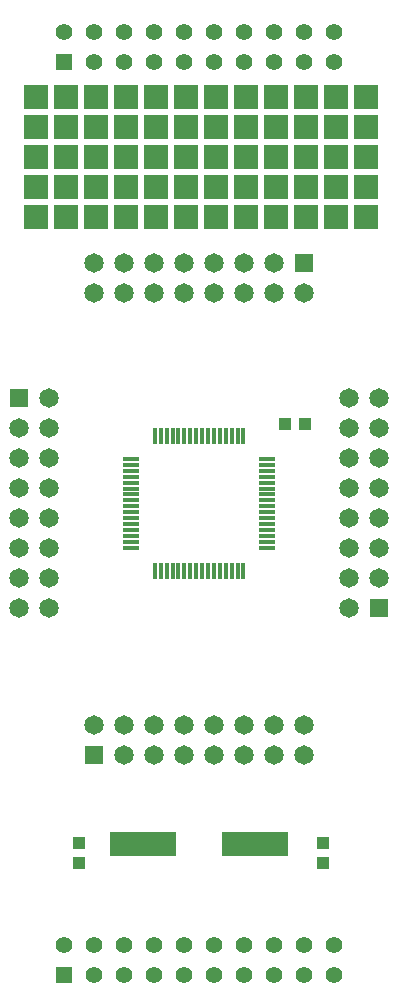
<source format=gbr>
%TF.GenerationSoftware,Altium Limited,Altium Designer,23.4.1 (23)*%
G04 Layer_Color=255*
%FSLAX45Y45*%
%MOMM*%
%TF.SameCoordinates,2443AD3D-16DC-45C5-9BCC-0FA72C26467A*%
%TF.FilePolarity,Positive*%
%TF.FileFunction,Pads,Top*%
%TF.Part,Single*%
G01*
G75*
%TA.AperFunction,SMDPad,CuDef*%
%ADD10R,1.10000X1.00000*%
%ADD11R,1.00000X1.10000*%
%ADD12R,1.47500X0.30000*%
%ADD13R,0.30000X1.47500*%
%ADD14R,5.60000X2.10000*%
%TA.AperFunction,ComponentPad*%
%ADD17R,1.65000X1.65000*%
%ADD18C,1.65000*%
%TA.AperFunction,ViaPad*%
%ADD19R,2.00000X2.00000*%
%TA.AperFunction,ComponentPad*%
%ADD20R,1.65000X1.65000*%
%ADD21R,1.39000X1.39000*%
%ADD22C,1.39000*%
D10*
X2375625Y5175250D02*
D03*
X2545625D02*
D03*
D11*
X2698750Y1454875D02*
D03*
Y1624875D02*
D03*
X635000Y1454875D02*
D03*
Y1624875D02*
D03*
D12*
X1076200Y4875000D02*
D03*
Y4825000D02*
D03*
Y4775000D02*
D03*
Y4725000D02*
D03*
Y4675000D02*
D03*
Y4625000D02*
D03*
Y4575000D02*
D03*
Y4525000D02*
D03*
Y4475000D02*
D03*
Y4425000D02*
D03*
Y4375000D02*
D03*
Y4325000D02*
D03*
Y4275000D02*
D03*
Y4225000D02*
D03*
Y4175000D02*
D03*
Y4125000D02*
D03*
X2223800D02*
D03*
Y4175000D02*
D03*
Y4225000D02*
D03*
Y4275000D02*
D03*
Y4325000D02*
D03*
Y4375000D02*
D03*
Y4425000D02*
D03*
Y4475000D02*
D03*
Y4525000D02*
D03*
Y4575000D02*
D03*
Y4625000D02*
D03*
Y4675000D02*
D03*
Y4725000D02*
D03*
Y4775000D02*
D03*
Y4825000D02*
D03*
Y4875000D02*
D03*
D13*
X1275000Y3926200D02*
D03*
X1325000D02*
D03*
X1375000D02*
D03*
X1425000D02*
D03*
X1475000D02*
D03*
X1525000D02*
D03*
X1575000D02*
D03*
X1625000D02*
D03*
X1675000D02*
D03*
X1725000D02*
D03*
X1775000D02*
D03*
X1825000D02*
D03*
X1875000D02*
D03*
X1925000D02*
D03*
X1975000D02*
D03*
X2025000D02*
D03*
Y5073800D02*
D03*
X1975000D02*
D03*
X1925000D02*
D03*
X1875000D02*
D03*
X1825000D02*
D03*
X1775000D02*
D03*
X1725000D02*
D03*
X1675000D02*
D03*
X1625000D02*
D03*
X1575000D02*
D03*
X1525000D02*
D03*
X1475000D02*
D03*
X1425000D02*
D03*
X1375000D02*
D03*
X1325000D02*
D03*
X1275000D02*
D03*
D14*
X1175000Y1619250D02*
D03*
X2125000D02*
D03*
D17*
X761000Y2368000D02*
D03*
X2539000Y6532000D02*
D03*
D18*
X761000Y2622000D02*
D03*
X1015000Y2368000D02*
D03*
Y2622000D02*
D03*
X1269000Y2368000D02*
D03*
Y2622000D02*
D03*
X1523000Y2368000D02*
D03*
Y2622000D02*
D03*
X1777000Y2368000D02*
D03*
Y2622000D02*
D03*
X2031000Y2368000D02*
D03*
Y2622000D02*
D03*
X2285000Y2368000D02*
D03*
Y2622000D02*
D03*
X2539000Y2368000D02*
D03*
Y2622000D02*
D03*
Y6278000D02*
D03*
X2285000Y6532000D02*
D03*
Y6278000D02*
D03*
X2031000Y6532000D02*
D03*
Y6278000D02*
D03*
X1777000Y6532000D02*
D03*
Y6278000D02*
D03*
X1523000Y6532000D02*
D03*
Y6278000D02*
D03*
X1269000Y6532000D02*
D03*
Y6278000D02*
D03*
X1015000Y6532000D02*
D03*
Y6278000D02*
D03*
X761000Y6532000D02*
D03*
Y6278000D02*
D03*
X381000Y5389000D02*
D03*
X127000Y5135000D02*
D03*
X381000D02*
D03*
X127000Y4881000D02*
D03*
X381000D02*
D03*
X127000Y4627000D02*
D03*
X381000D02*
D03*
X127000Y4373000D02*
D03*
X381000D02*
D03*
X127000Y4119000D02*
D03*
X381000D02*
D03*
X127000Y3865000D02*
D03*
X381000D02*
D03*
X127000Y3611000D02*
D03*
X381000D02*
D03*
X2919000D02*
D03*
X3173000Y3865000D02*
D03*
X2919000D02*
D03*
X3173000Y4119000D02*
D03*
X2919000D02*
D03*
X3173000Y4373000D02*
D03*
X2919000D02*
D03*
X3173000Y4627000D02*
D03*
X2919000D02*
D03*
X3173000Y4881000D02*
D03*
X2919000D02*
D03*
X3173000Y5135000D02*
D03*
X2919000D02*
D03*
X3173000Y5389000D02*
D03*
X2919000D02*
D03*
D19*
X2555875Y6921500D02*
D03*
X2301875D02*
D03*
X2809875D02*
D03*
X3063875D02*
D03*
X1539875D02*
D03*
X1793875D02*
D03*
X2047875D02*
D03*
X1285875D02*
D03*
X777875D02*
D03*
X523875D02*
D03*
X1031875D02*
D03*
X269875D02*
D03*
X2555875Y7175500D02*
D03*
X2301875D02*
D03*
X2809875D02*
D03*
X3063875D02*
D03*
X1539875D02*
D03*
X1793875D02*
D03*
X2047875D02*
D03*
X1285875D02*
D03*
X777875D02*
D03*
X523875D02*
D03*
X1031875D02*
D03*
X269875D02*
D03*
Y7429500D02*
D03*
X1031875D02*
D03*
X523875D02*
D03*
X777875D02*
D03*
X1285875D02*
D03*
X2047875D02*
D03*
X1793875D02*
D03*
X1539875D02*
D03*
X3063875D02*
D03*
X2809875D02*
D03*
X2301875D02*
D03*
X2555875D02*
D03*
X2301875Y7937500D02*
D03*
Y7683500D02*
D03*
X2555875D02*
D03*
Y7937500D02*
D03*
X3063875D02*
D03*
Y7683500D02*
D03*
X2809875D02*
D03*
Y7937500D02*
D03*
X1285875D02*
D03*
Y7683500D02*
D03*
X1539875D02*
D03*
Y7937500D02*
D03*
X2047875D02*
D03*
Y7683500D02*
D03*
X1793875D02*
D03*
Y7937500D02*
D03*
X777875D02*
D03*
Y7683500D02*
D03*
X1031875D02*
D03*
Y7937500D02*
D03*
X523875D02*
D03*
Y7683500D02*
D03*
X269875D02*
D03*
Y7937500D02*
D03*
D20*
X127000Y5389000D02*
D03*
X3173000Y3611000D02*
D03*
D21*
X508000Y8238000D02*
D03*
Y508000D02*
D03*
D22*
Y8492000D02*
D03*
X762000Y8238000D02*
D03*
Y8492000D02*
D03*
X1016000Y8238000D02*
D03*
Y8492000D02*
D03*
X1270000Y8238000D02*
D03*
Y8492000D02*
D03*
X1524000Y8238000D02*
D03*
Y8492000D02*
D03*
X1778000Y8238000D02*
D03*
Y8492000D02*
D03*
X2032000Y8238000D02*
D03*
Y8492000D02*
D03*
X2286000Y8238000D02*
D03*
Y8492000D02*
D03*
X2540000Y8238000D02*
D03*
Y8492000D02*
D03*
X2794000Y8238000D02*
D03*
Y8492000D02*
D03*
X508000Y762000D02*
D03*
X762000Y508000D02*
D03*
Y762000D02*
D03*
X1016000Y508000D02*
D03*
Y762000D02*
D03*
X1270000Y508000D02*
D03*
Y762000D02*
D03*
X1524000Y508000D02*
D03*
Y762000D02*
D03*
X1778000Y508000D02*
D03*
Y762000D02*
D03*
X2032000Y508000D02*
D03*
Y762000D02*
D03*
X2286000Y508000D02*
D03*
Y762000D02*
D03*
X2540000Y508000D02*
D03*
Y762000D02*
D03*
X2794000Y508000D02*
D03*
Y762000D02*
D03*
%TF.MD5,ed084508a29b62cbad9f8cc1b21856e2*%
M02*

</source>
